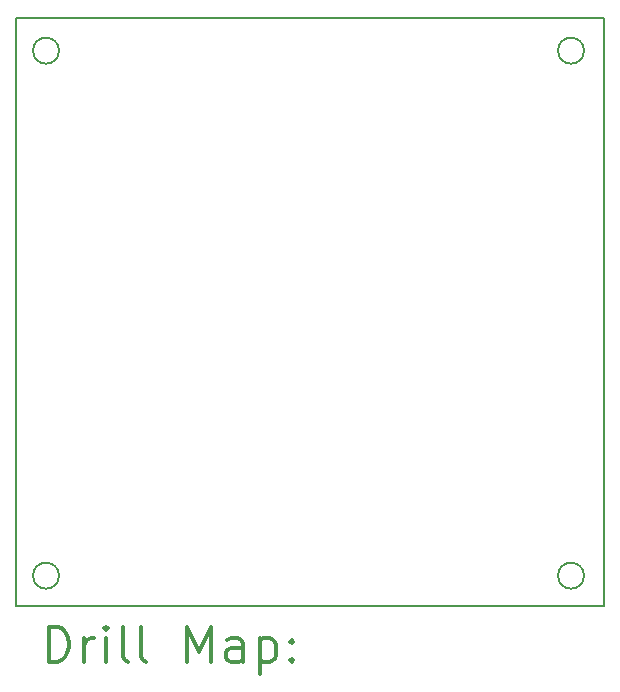
<source format=gbr>
%FSLAX45Y45*%
G04 Gerber Fmt 4.5, Leading zero omitted, Abs format (unit mm)*
G04 Created by KiCad (PCBNEW (5.1.6)-1) date 2020-12-30 15:52:47*
%MOMM*%
%LPD*%
G01*
G04 APERTURE LIST*
%TA.AperFunction,Profile*%
%ADD10C,0.203200*%
%TD*%
%ADD11C,0.200000*%
%ADD12C,0.300000*%
G04 APERTURE END LIST*
D10*
X10524000Y-12954000D02*
G75*
G03*
X10524000Y-12954000I-110000J0D01*
G01*
X14969000Y-12954000D02*
G75*
G03*
X14969000Y-12954000I-110000J0D01*
G01*
X14969000Y-8509000D02*
G75*
G03*
X14969000Y-8509000I-110000J0D01*
G01*
X10524000Y-8509000D02*
G75*
G03*
X10524000Y-8509000I-110000J0D01*
G01*
X10160000Y-8229600D02*
X15138400Y-8229600D01*
X15138400Y-13208000D02*
X15138400Y-8229600D01*
X10160000Y-13208000D02*
X10160000Y-8229600D01*
X10160000Y-13208000D02*
X15138400Y-13208000D01*
D11*
D12*
X10436268Y-13683874D02*
X10436268Y-13383874D01*
X10507697Y-13383874D01*
X10550554Y-13398160D01*
X10579126Y-13426731D01*
X10593411Y-13455303D01*
X10607697Y-13512446D01*
X10607697Y-13555303D01*
X10593411Y-13612446D01*
X10579126Y-13641017D01*
X10550554Y-13669589D01*
X10507697Y-13683874D01*
X10436268Y-13683874D01*
X10736268Y-13683874D02*
X10736268Y-13483874D01*
X10736268Y-13541017D02*
X10750554Y-13512446D01*
X10764840Y-13498160D01*
X10793411Y-13483874D01*
X10821983Y-13483874D01*
X10921983Y-13683874D02*
X10921983Y-13483874D01*
X10921983Y-13383874D02*
X10907697Y-13398160D01*
X10921983Y-13412446D01*
X10936268Y-13398160D01*
X10921983Y-13383874D01*
X10921983Y-13412446D01*
X11107697Y-13683874D02*
X11079126Y-13669589D01*
X11064840Y-13641017D01*
X11064840Y-13383874D01*
X11264840Y-13683874D02*
X11236268Y-13669589D01*
X11221983Y-13641017D01*
X11221983Y-13383874D01*
X11607697Y-13683874D02*
X11607697Y-13383874D01*
X11707697Y-13598160D01*
X11807697Y-13383874D01*
X11807697Y-13683874D01*
X12079126Y-13683874D02*
X12079126Y-13526731D01*
X12064840Y-13498160D01*
X12036268Y-13483874D01*
X11979126Y-13483874D01*
X11950554Y-13498160D01*
X12079126Y-13669589D02*
X12050554Y-13683874D01*
X11979126Y-13683874D01*
X11950554Y-13669589D01*
X11936268Y-13641017D01*
X11936268Y-13612446D01*
X11950554Y-13583874D01*
X11979126Y-13569589D01*
X12050554Y-13569589D01*
X12079126Y-13555303D01*
X12221983Y-13483874D02*
X12221983Y-13783874D01*
X12221983Y-13498160D02*
X12250554Y-13483874D01*
X12307697Y-13483874D01*
X12336268Y-13498160D01*
X12350554Y-13512446D01*
X12364840Y-13541017D01*
X12364840Y-13626731D01*
X12350554Y-13655303D01*
X12336268Y-13669589D01*
X12307697Y-13683874D01*
X12250554Y-13683874D01*
X12221983Y-13669589D01*
X12493411Y-13655303D02*
X12507697Y-13669589D01*
X12493411Y-13683874D01*
X12479126Y-13669589D01*
X12493411Y-13655303D01*
X12493411Y-13683874D01*
X12493411Y-13498160D02*
X12507697Y-13512446D01*
X12493411Y-13526731D01*
X12479126Y-13512446D01*
X12493411Y-13498160D01*
X12493411Y-13526731D01*
M02*

</source>
